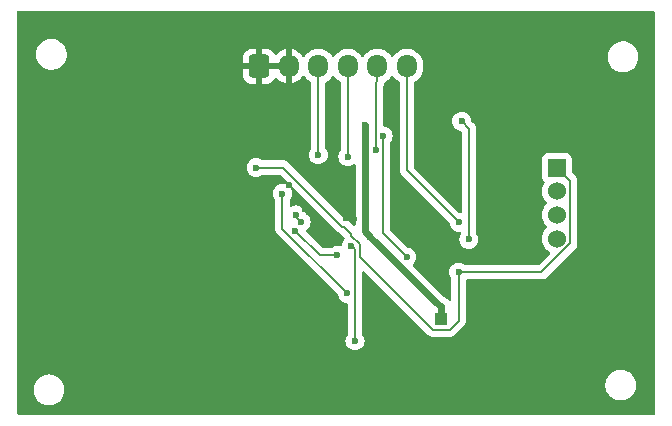
<source format=gbr>
%TF.GenerationSoftware,KiCad,Pcbnew,8.0.8*%
%TF.CreationDate,2025-06-30T12:07:11+05:30*%
%TF.ProjectId,openlog,6f70656e-6c6f-4672-9e6b-696361645f70,rev?*%
%TF.SameCoordinates,Original*%
%TF.FileFunction,Copper,L2,Bot*%
%TF.FilePolarity,Positive*%
%FSLAX46Y46*%
G04 Gerber Fmt 4.6, Leading zero omitted, Abs format (unit mm)*
G04 Created by KiCad (PCBNEW 8.0.8) date 2025-06-30 12:07:11*
%MOMM*%
%LPD*%
G01*
G04 APERTURE LIST*
G04 Aperture macros list*
%AMRoundRect*
0 Rectangle with rounded corners*
0 $1 Rounding radius*
0 $2 $3 $4 $5 $6 $7 $8 $9 X,Y pos of 4 corners*
0 Add a 4 corners polygon primitive as box body*
4,1,4,$2,$3,$4,$5,$6,$7,$8,$9,$2,$3,0*
0 Add four circle primitives for the rounded corners*
1,1,$1+$1,$2,$3*
1,1,$1+$1,$4,$5*
1,1,$1+$1,$6,$7*
1,1,$1+$1,$8,$9*
0 Add four rect primitives between the rounded corners*
20,1,$1+$1,$2,$3,$4,$5,0*
20,1,$1+$1,$4,$5,$6,$7,0*
20,1,$1+$1,$6,$7,$8,$9,0*
20,1,$1+$1,$8,$9,$2,$3,0*%
G04 Aperture macros list end*
%TA.AperFunction,ComponentPad*%
%ADD10RoundRect,0.250000X-0.600000X-0.725000X0.600000X-0.725000X0.600000X0.725000X-0.600000X0.725000X0*%
%TD*%
%TA.AperFunction,ComponentPad*%
%ADD11O,1.700000X1.950000*%
%TD*%
%TA.AperFunction,ComponentPad*%
%ADD12R,1.000000X1.000000*%
%TD*%
%TA.AperFunction,ComponentPad*%
%ADD13R,1.524000X1.524000*%
%TD*%
%TA.AperFunction,ComponentPad*%
%ADD14C,1.524000*%
%TD*%
%TA.AperFunction,ViaPad*%
%ADD15C,0.600000*%
%TD*%
%TA.AperFunction,Conductor*%
%ADD16C,0.200000*%
%TD*%
%TA.AperFunction,Conductor*%
%ADD17C,0.600000*%
%TD*%
G04 APERTURE END LIST*
D10*
%TO.P,J3,1,Pin_1*%
%TO.N,GND*%
X116000000Y-56800000D03*
D11*
%TO.P,J3,2,Pin_2*%
X118500000Y-56800000D03*
%TO.P,J3,3,Pin_3*%
%TO.N,RAW*%
X121000000Y-56800000D03*
%TO.P,J3,4,Pin_4*%
%TO.N,txo*%
X123500000Y-56800000D03*
%TO.P,J3,5,Pin_5*%
%TO.N,RXI*%
X126000000Y-56800000D03*
%TO.P,J3,6,Pin_6*%
%TO.N,DTR*%
X128500000Y-56800000D03*
%TD*%
D12*
%TO.P,J1,1,Pin_1*%
%TO.N,+3.3V*%
X131400000Y-78200000D03*
%TD*%
D13*
%TO.P,J4,1,Pin_1*%
%TO.N,MISO*%
X141200000Y-65400000D03*
D14*
%TO.P,J4,2,Pin_2*%
%TO.N,MOSI*%
X141200000Y-67400000D03*
%TO.P,J4,3,Pin_3*%
%TO.N,SCK*%
X141200000Y-69400000D03*
%TO.P,J4,4,Pin_4*%
%TO.N,RST*%
X141200000Y-71400000D03*
%TD*%
D15*
%TO.N,+3.3V*%
X119538140Y-69990078D03*
X125382000Y-71218000D03*
X124951600Y-61800000D03*
X119124255Y-69392395D03*
%TO.N,GND*%
X119878753Y-68901749D03*
X124051600Y-69700000D03*
X118503989Y-66845439D03*
X123320023Y-69681573D03*
%TO.N,DTR*%
X132921100Y-70023900D03*
%TO.N,Net-(U2-~{RESET}{slash}PC6)*%
X133134000Y-61460500D03*
X133747300Y-71468500D03*
%TO.N,MISO*%
X115741100Y-65380000D03*
X132866300Y-74250000D03*
%TO.N,SCK*%
X117956600Y-67580000D03*
X123436900Y-76030300D03*
%TO.N,CS*%
X122616100Y-72800000D03*
X119043400Y-70741900D03*
%TO.N,MOSI*%
X126479200Y-62700000D03*
X128483300Y-72947400D03*
%TO.N,RAW*%
X121000000Y-64305200D03*
%TO.N,RXI*%
X125870200Y-63924100D03*
%TO.N,txo*%
X123500000Y-64443600D03*
%TO.N,Net-(U2-XTAL1{slash}PB6)*%
X124100600Y-80050000D03*
X123787200Y-72000000D03*
%TD*%
D16*
%TO.N,+3.3V*%
X119178753Y-69630691D02*
X119538140Y-69990078D01*
X119178753Y-69446893D02*
X119178753Y-69630691D01*
D17*
X131262300Y-77098300D02*
X131400000Y-77098300D01*
D16*
X119124255Y-69392395D02*
X119178753Y-69446893D01*
D17*
X131400000Y-78200000D02*
X131400000Y-77098300D01*
X124951600Y-61800000D02*
X124951600Y-70787600D01*
X125382000Y-71218000D02*
X131262300Y-77098300D01*
X124951600Y-70787600D02*
X125382000Y-71218000D01*
D16*
%TO.N,GND*%
X124051600Y-69700000D02*
X123338450Y-69700000D01*
X119878753Y-68220203D02*
X118503989Y-66845439D01*
X119878753Y-68901749D02*
X119878753Y-68220203D01*
X123338450Y-69700000D02*
X123320023Y-69681573D01*
%TO.N,DTR*%
X132921100Y-70023900D02*
X128500000Y-65602800D01*
X128500000Y-65602800D02*
X128500000Y-56800000D01*
%TO.N,Net-(U2-~{RESET}{slash}PC6)*%
X133747300Y-62073800D02*
X133134000Y-61460500D01*
X133747300Y-71468500D02*
X133747300Y-62073800D01*
%TO.N,MISO*%
X141200000Y-65400000D02*
X142329800Y-66529800D01*
X124500600Y-72937200D02*
X130665100Y-79101700D01*
X132115400Y-79101700D02*
X132866300Y-78350800D01*
X130665100Y-79101700D02*
X132115400Y-79101700D01*
X123030073Y-70381573D02*
X123181573Y-70381573D01*
X123800000Y-71000000D02*
X123800000Y-71164271D01*
X123181573Y-70381573D02*
X123800000Y-71000000D01*
X115741100Y-65380000D02*
X118028500Y-65380000D01*
X142329800Y-71802200D02*
X139882000Y-74250000D01*
X132866300Y-78350800D02*
X132866300Y-74250000D01*
X118028500Y-65380000D02*
X123030073Y-70381573D01*
X142329800Y-66529800D02*
X142329800Y-71802200D01*
X139882000Y-74250000D02*
X132866300Y-74250000D01*
X124500600Y-71864871D02*
X124500600Y-72937200D01*
X123800000Y-71164271D02*
X124500600Y-71864871D01*
%TO.N,SCK*%
X117956600Y-70550000D02*
X117956600Y-67580000D01*
X123436900Y-76030300D02*
X117956600Y-70550000D01*
%TO.N,CS*%
X122616100Y-72800000D02*
X121103100Y-72800000D01*
X121103100Y-72800000D02*
X119043400Y-70740300D01*
X119043400Y-70740300D02*
X119043400Y-70741900D01*
%TO.N,MOSI*%
X126479200Y-70943300D02*
X128483300Y-72947400D01*
X126479200Y-62700000D02*
X126479200Y-70943300D01*
%TO.N,RAW*%
X121000000Y-56800000D02*
X121000000Y-64305200D01*
%TO.N,RXI*%
X126000000Y-56800000D02*
X126000000Y-58076700D01*
X126000000Y-58076700D02*
X125870200Y-58206500D01*
X125870200Y-58206500D02*
X125870200Y-63924100D01*
%TO.N,txo*%
X123500000Y-56800000D02*
X123500000Y-64443600D01*
%TO.N,Net-(U2-XTAL1{slash}PB6)*%
X124100600Y-80050000D02*
X124100600Y-72313400D01*
X124100600Y-72313400D02*
X123787200Y-72000000D01*
%TD*%
%TA.AperFunction,Conductor*%
%TO.N,GND*%
G36*
X118867803Y-67068866D02*
G01*
X118873330Y-67074065D01*
X122545212Y-70745947D01*
X122545222Y-70745958D01*
X122549552Y-70750288D01*
X122549553Y-70750289D01*
X122661357Y-70862093D01*
X122661359Y-70862094D01*
X122661363Y-70862097D01*
X122790966Y-70936922D01*
X122798289Y-70941150D01*
X122894091Y-70966819D01*
X122949678Y-70998913D01*
X123177982Y-71227217D01*
X123210075Y-71282802D01*
X123225832Y-71341604D01*
X123224171Y-71411454D01*
X123193740Y-71461380D01*
X123157386Y-71497733D01*
X123157386Y-71497734D01*
X123061411Y-71650476D01*
X123001831Y-71820745D01*
X123001830Y-71820749D01*
X122990392Y-71922273D01*
X122963326Y-71986687D01*
X122905731Y-72026242D01*
X122835894Y-72028379D01*
X122826218Y-72025431D01*
X122795357Y-72014632D01*
X122795349Y-72014630D01*
X122616104Y-71994435D01*
X122616096Y-71994435D01*
X122436850Y-72014630D01*
X122436845Y-72014631D01*
X122266576Y-72074211D01*
X122113836Y-72170185D01*
X122111003Y-72172445D01*
X122108824Y-72173334D01*
X122107942Y-72173889D01*
X122107844Y-72173734D01*
X122046317Y-72198855D01*
X122033688Y-72199500D01*
X121403198Y-72199500D01*
X121336159Y-72179815D01*
X121315517Y-72163181D01*
X120772398Y-71620062D01*
X119985658Y-70833323D01*
X119952174Y-70772001D01*
X119957158Y-70702309D01*
X119999030Y-70646376D01*
X120007357Y-70640657D01*
X120040402Y-70619894D01*
X120167956Y-70492340D01*
X120263929Y-70339600D01*
X120323508Y-70169333D01*
X120330897Y-70103757D01*
X120343705Y-69990081D01*
X120343705Y-69990074D01*
X120323509Y-69810828D01*
X120323508Y-69810823D01*
X120263928Y-69640554D01*
X120167955Y-69487815D01*
X120040400Y-69360260D01*
X119968059Y-69314805D01*
X119921769Y-69262470D01*
X119910811Y-69223692D01*
X119909623Y-69213140D01*
X119850044Y-69042873D01*
X119754071Y-68890133D01*
X119626517Y-68762579D01*
X119473778Y-68666606D01*
X119303509Y-68607026D01*
X119303504Y-68607025D01*
X119124259Y-68586830D01*
X119124251Y-68586830D01*
X118945005Y-68607025D01*
X118945000Y-68607026D01*
X118774729Y-68666607D01*
X118747071Y-68683986D01*
X118679835Y-68702986D01*
X118612999Y-68682618D01*
X118567786Y-68629350D01*
X118557100Y-68578992D01*
X118557100Y-68162412D01*
X118576785Y-68095373D01*
X118584155Y-68085097D01*
X118586410Y-68082267D01*
X118586416Y-68082262D01*
X118682389Y-67929522D01*
X118741968Y-67759255D01*
X118741969Y-67759249D01*
X118762165Y-67580003D01*
X118762165Y-67579996D01*
X118741969Y-67400750D01*
X118741968Y-67400745D01*
X118682388Y-67230475D01*
X118680656Y-67227719D01*
X118680080Y-67225682D01*
X118679369Y-67224205D01*
X118679627Y-67224080D01*
X118661655Y-67160482D01*
X118682022Y-67093647D01*
X118735290Y-67048432D01*
X118804546Y-67039194D01*
X118867803Y-67068866D01*
G37*
%TD.AperFunction*%
%TA.AperFunction,Conductor*%
G36*
X118057370Y-56616657D02*
G01*
X118025000Y-56737465D01*
X118025000Y-56862535D01*
X118057370Y-56983343D01*
X118095854Y-57050000D01*
X116404146Y-57050000D01*
X116442630Y-56983343D01*
X116475000Y-56862535D01*
X116475000Y-56737465D01*
X116442630Y-56616657D01*
X116404146Y-56550000D01*
X118095854Y-56550000D01*
X118057370Y-56616657D01*
G37*
%TD.AperFunction*%
%TA.AperFunction,Conductor*%
G36*
X149442539Y-52120185D02*
G01*
X149488294Y-52172989D01*
X149499500Y-52224500D01*
X149499500Y-86175500D01*
X149479815Y-86242539D01*
X149427011Y-86288294D01*
X149375500Y-86299500D01*
X95624500Y-86299500D01*
X95557461Y-86279815D01*
X95511706Y-86227011D01*
X95500500Y-86175500D01*
X95500500Y-84097648D01*
X96899500Y-84097648D01*
X96899500Y-84302351D01*
X96931522Y-84504534D01*
X96994781Y-84699223D01*
X97087715Y-84881613D01*
X97208028Y-85047213D01*
X97352786Y-85191971D01*
X97507749Y-85304556D01*
X97518390Y-85312287D01*
X97634607Y-85371503D01*
X97700776Y-85405218D01*
X97700778Y-85405218D01*
X97700781Y-85405220D01*
X97805137Y-85439127D01*
X97895465Y-85468477D01*
X97996557Y-85484488D01*
X98097648Y-85500500D01*
X98097649Y-85500500D01*
X98302351Y-85500500D01*
X98302352Y-85500500D01*
X98504534Y-85468477D01*
X98699219Y-85405220D01*
X98881610Y-85312287D01*
X98974590Y-85244732D01*
X99047213Y-85191971D01*
X99047215Y-85191968D01*
X99047219Y-85191966D01*
X99191966Y-85047219D01*
X99191968Y-85047215D01*
X99191971Y-85047213D01*
X99244732Y-84974590D01*
X99312287Y-84881610D01*
X99405220Y-84699219D01*
X99468477Y-84504534D01*
X99500500Y-84302352D01*
X99500500Y-84097648D01*
X99469568Y-83902352D01*
X99468477Y-83895465D01*
X99405218Y-83700776D01*
X99403624Y-83697648D01*
X145299500Y-83697648D01*
X145299500Y-83902351D01*
X145331522Y-84104534D01*
X145394781Y-84299223D01*
X145487715Y-84481613D01*
X145608028Y-84647213D01*
X145752786Y-84791971D01*
X145907749Y-84904556D01*
X145918390Y-84912287D01*
X146034607Y-84971503D01*
X146100776Y-85005218D01*
X146100778Y-85005218D01*
X146100781Y-85005220D01*
X146205137Y-85039127D01*
X146295465Y-85068477D01*
X146396557Y-85084488D01*
X146497648Y-85100500D01*
X146497649Y-85100500D01*
X146702351Y-85100500D01*
X146702352Y-85100500D01*
X146904534Y-85068477D01*
X147099219Y-85005220D01*
X147281610Y-84912287D01*
X147374590Y-84844732D01*
X147447213Y-84791971D01*
X147447215Y-84791968D01*
X147447219Y-84791966D01*
X147591966Y-84647219D01*
X147591968Y-84647215D01*
X147591971Y-84647213D01*
X147644732Y-84574590D01*
X147712287Y-84481610D01*
X147805220Y-84299219D01*
X147868477Y-84104534D01*
X147900500Y-83902352D01*
X147900500Y-83697648D01*
X147868477Y-83495466D01*
X147805220Y-83300781D01*
X147805218Y-83300778D01*
X147805218Y-83300776D01*
X147757960Y-83208028D01*
X147712287Y-83118390D01*
X147704556Y-83107749D01*
X147591971Y-82952786D01*
X147447213Y-82808028D01*
X147281613Y-82687715D01*
X147281612Y-82687714D01*
X147281610Y-82687713D01*
X147224653Y-82658691D01*
X147099223Y-82594781D01*
X146904534Y-82531522D01*
X146729995Y-82503878D01*
X146702352Y-82499500D01*
X146497648Y-82499500D01*
X146473329Y-82503351D01*
X146295465Y-82531522D01*
X146100776Y-82594781D01*
X145918386Y-82687715D01*
X145752786Y-82808028D01*
X145608028Y-82952786D01*
X145487715Y-83118386D01*
X145394781Y-83300776D01*
X145331522Y-83495465D01*
X145299500Y-83697648D01*
X99403624Y-83697648D01*
X99371503Y-83634607D01*
X99312287Y-83518390D01*
X99295631Y-83495465D01*
X99191971Y-83352786D01*
X99047213Y-83208028D01*
X98881613Y-83087715D01*
X98881612Y-83087714D01*
X98881610Y-83087713D01*
X98824653Y-83058691D01*
X98699223Y-82994781D01*
X98504534Y-82931522D01*
X98329995Y-82903878D01*
X98302352Y-82899500D01*
X98097648Y-82899500D01*
X98073329Y-82903351D01*
X97895465Y-82931522D01*
X97700776Y-82994781D01*
X97518386Y-83087715D01*
X97352786Y-83208028D01*
X97208028Y-83352786D01*
X97087715Y-83518386D01*
X96994781Y-83700776D01*
X96931522Y-83895465D01*
X96899500Y-84097648D01*
X95500500Y-84097648D01*
X95500500Y-55697648D01*
X97099500Y-55697648D01*
X97099500Y-55902351D01*
X97131522Y-56104534D01*
X97194781Y-56299223D01*
X97287715Y-56481613D01*
X97408028Y-56647213D01*
X97552786Y-56791971D01*
X97707749Y-56904556D01*
X97718390Y-56912287D01*
X97834607Y-56971503D01*
X97900776Y-57005218D01*
X97900778Y-57005218D01*
X97900781Y-57005220D01*
X97981004Y-57031286D01*
X98095465Y-57068477D01*
X98196557Y-57084488D01*
X98297648Y-57100500D01*
X98297649Y-57100500D01*
X98502351Y-57100500D01*
X98502352Y-57100500D01*
X98704534Y-57068477D01*
X98899219Y-57005220D01*
X99081610Y-56912287D01*
X99174590Y-56844732D01*
X99247213Y-56791971D01*
X99247215Y-56791968D01*
X99247219Y-56791966D01*
X99391966Y-56647219D01*
X99391968Y-56647215D01*
X99391971Y-56647213D01*
X99492864Y-56508343D01*
X99512287Y-56481610D01*
X99605220Y-56299219D01*
X99668477Y-56104534D01*
X99681072Y-56025013D01*
X114650000Y-56025013D01*
X114650000Y-56550000D01*
X115595854Y-56550000D01*
X115557370Y-56616657D01*
X115525000Y-56737465D01*
X115525000Y-56862535D01*
X115557370Y-56983343D01*
X115595854Y-57050000D01*
X114650001Y-57050000D01*
X114650001Y-57574986D01*
X114660494Y-57677697D01*
X114715641Y-57844119D01*
X114715643Y-57844124D01*
X114807684Y-57993345D01*
X114931654Y-58117315D01*
X115080875Y-58209356D01*
X115080880Y-58209358D01*
X115247302Y-58264505D01*
X115247309Y-58264506D01*
X115350019Y-58274999D01*
X115749999Y-58274999D01*
X115750000Y-58274998D01*
X115750000Y-57204145D01*
X115816657Y-57242630D01*
X115937465Y-57275000D01*
X116062535Y-57275000D01*
X116183343Y-57242630D01*
X116250000Y-57204145D01*
X116250000Y-58274999D01*
X116649972Y-58274999D01*
X116649986Y-58274998D01*
X116752697Y-58264505D01*
X116919119Y-58209358D01*
X116919124Y-58209356D01*
X117068345Y-58117315D01*
X117192317Y-57993343D01*
X117288085Y-57838078D01*
X117340033Y-57791353D01*
X117408995Y-57780130D01*
X117473077Y-57807973D01*
X117481305Y-57815493D01*
X117620535Y-57954723D01*
X117620540Y-57954727D01*
X117792442Y-58079620D01*
X117981782Y-58176095D01*
X118183871Y-58241757D01*
X118250000Y-58252231D01*
X118250000Y-57204145D01*
X118316657Y-57242630D01*
X118437465Y-57275000D01*
X118562535Y-57275000D01*
X118683343Y-57242630D01*
X118750000Y-57204145D01*
X118750000Y-58252230D01*
X118816126Y-58241757D01*
X118816129Y-58241757D01*
X119018217Y-58176095D01*
X119207557Y-58079620D01*
X119379459Y-57954727D01*
X119379464Y-57954723D01*
X119529721Y-57804466D01*
X119649371Y-57639781D01*
X119704701Y-57597115D01*
X119774314Y-57591136D01*
X119836110Y-57623741D01*
X119850008Y-57639781D01*
X119969890Y-57804785D01*
X119969894Y-57804790D01*
X120120213Y-57955109D01*
X120292184Y-58080051D01*
X120292184Y-58080052D01*
X120331793Y-58100233D01*
X120382590Y-58148206D01*
X120399500Y-58210718D01*
X120399500Y-63722787D01*
X120379815Y-63789826D01*
X120372450Y-63800096D01*
X120370186Y-63802934D01*
X120274211Y-63955676D01*
X120214631Y-64125945D01*
X120214630Y-64125950D01*
X120194435Y-64305196D01*
X120194435Y-64305203D01*
X120214630Y-64484449D01*
X120214631Y-64484454D01*
X120274211Y-64654723D01*
X120320699Y-64728707D01*
X120370184Y-64807462D01*
X120497738Y-64935016D01*
X120588080Y-64991782D01*
X120649664Y-65030478D01*
X120650478Y-65030989D01*
X120791292Y-65080262D01*
X120820745Y-65090568D01*
X120820750Y-65090569D01*
X120999996Y-65110765D01*
X121000000Y-65110765D01*
X121000004Y-65110765D01*
X121179249Y-65090569D01*
X121179252Y-65090568D01*
X121179255Y-65090568D01*
X121349522Y-65030989D01*
X121502262Y-64935016D01*
X121629816Y-64807462D01*
X121725789Y-64654722D01*
X121785368Y-64484455D01*
X121789971Y-64443603D01*
X121805565Y-64305203D01*
X121805565Y-64305196D01*
X121785369Y-64125950D01*
X121785368Y-64125945D01*
X121774217Y-64094078D01*
X121725789Y-63955678D01*
X121629816Y-63802938D01*
X121629814Y-63802936D01*
X121629813Y-63802934D01*
X121627550Y-63800096D01*
X121626659Y-63797915D01*
X121626111Y-63797042D01*
X121626264Y-63796945D01*
X121601144Y-63735409D01*
X121600500Y-63722787D01*
X121600500Y-58210718D01*
X121620185Y-58143679D01*
X121668207Y-58100233D01*
X121707815Y-58080052D01*
X121707815Y-58080051D01*
X121707816Y-58080051D01*
X121799193Y-58013661D01*
X121879786Y-57955109D01*
X121879788Y-57955106D01*
X121879792Y-57955104D01*
X122030104Y-57804792D01*
X122149683Y-57640204D01*
X122205011Y-57597540D01*
X122274624Y-57591561D01*
X122336420Y-57624166D01*
X122350313Y-57640199D01*
X122377557Y-57677697D01*
X122469896Y-57804792D01*
X122620213Y-57955109D01*
X122792184Y-58080051D01*
X122792184Y-58080052D01*
X122831793Y-58100233D01*
X122882590Y-58148206D01*
X122899500Y-58210718D01*
X122899500Y-63861187D01*
X122879815Y-63928226D01*
X122872450Y-63938496D01*
X122870186Y-63941334D01*
X122774211Y-64094076D01*
X122714631Y-64264345D01*
X122714630Y-64264350D01*
X122694435Y-64443596D01*
X122694435Y-64443603D01*
X122714630Y-64622849D01*
X122714631Y-64622854D01*
X122774211Y-64793123D01*
X122863368Y-64935015D01*
X122870184Y-64945862D01*
X122997738Y-65073416D01*
X123025037Y-65090569D01*
X123125822Y-65153897D01*
X123150478Y-65169389D01*
X123320745Y-65228968D01*
X123320750Y-65228969D01*
X123499996Y-65249165D01*
X123500000Y-65249165D01*
X123500004Y-65249165D01*
X123679249Y-65228969D01*
X123679252Y-65228968D01*
X123679255Y-65228968D01*
X123849522Y-65169389D01*
X123961128Y-65099261D01*
X124028364Y-65080262D01*
X124095200Y-65100630D01*
X124140414Y-65153897D01*
X124151100Y-65204256D01*
X124151100Y-70202503D01*
X124131415Y-70269542D01*
X124078611Y-70315297D01*
X124009453Y-70325241D01*
X123945897Y-70296216D01*
X123939419Y-70290184D01*
X123669163Y-70019928D01*
X123669161Y-70019925D01*
X123550290Y-69901054D01*
X123550282Y-69901048D01*
X123452588Y-69844645D01*
X123452586Y-69844644D01*
X123413363Y-69821998D01*
X123413354Y-69821994D01*
X123317551Y-69796323D01*
X123261965Y-69764230D01*
X118516090Y-65018355D01*
X118516088Y-65018352D01*
X118397217Y-64899481D01*
X118397209Y-64899475D01*
X118295436Y-64840717D01*
X118295434Y-64840716D01*
X118260290Y-64820425D01*
X118260289Y-64820424D01*
X118247763Y-64817067D01*
X118107557Y-64779499D01*
X117949443Y-64779499D01*
X117941847Y-64779499D01*
X117941831Y-64779500D01*
X116323512Y-64779500D01*
X116256473Y-64759815D01*
X116246197Y-64752445D01*
X116243363Y-64750185D01*
X116243362Y-64750184D01*
X116186596Y-64714515D01*
X116090623Y-64654211D01*
X115920354Y-64594631D01*
X115920349Y-64594630D01*
X115741104Y-64574435D01*
X115741096Y-64574435D01*
X115561850Y-64594630D01*
X115561845Y-64594631D01*
X115391576Y-64654211D01*
X115238837Y-64750184D01*
X115111284Y-64877737D01*
X115015311Y-65030476D01*
X114955731Y-65200745D01*
X114955730Y-65200750D01*
X114935535Y-65379996D01*
X114935535Y-65380003D01*
X114955730Y-65559249D01*
X114955731Y-65559254D01*
X115015311Y-65729523D01*
X115097623Y-65860521D01*
X115111284Y-65882262D01*
X115238838Y-66009816D01*
X115301645Y-66049280D01*
X115367070Y-66090390D01*
X115391578Y-66105789D01*
X115549602Y-66161084D01*
X115561845Y-66165368D01*
X115561850Y-66165369D01*
X115741096Y-66185565D01*
X115741100Y-66185565D01*
X115741104Y-66185565D01*
X115920349Y-66165369D01*
X115920352Y-66165368D01*
X115920355Y-66165368D01*
X116090622Y-66105789D01*
X116243362Y-66009816D01*
X116243367Y-66009810D01*
X116246197Y-66007555D01*
X116248375Y-66006665D01*
X116249258Y-66006111D01*
X116249355Y-66006265D01*
X116310883Y-65981145D01*
X116323512Y-65980500D01*
X117728403Y-65980500D01*
X117795442Y-66000185D01*
X117816084Y-66016819D01*
X118462534Y-66663269D01*
X118496019Y-66724592D01*
X118491035Y-66794284D01*
X118449163Y-66850217D01*
X118383699Y-66874634D01*
X118315426Y-66859782D01*
X118308884Y-66855945D01*
X118306127Y-66854212D01*
X118135854Y-66794631D01*
X118135849Y-66794630D01*
X117956604Y-66774435D01*
X117956596Y-66774435D01*
X117777350Y-66794630D01*
X117777345Y-66794631D01*
X117607076Y-66854211D01*
X117454337Y-66950184D01*
X117326784Y-67077737D01*
X117230811Y-67230476D01*
X117171231Y-67400745D01*
X117171230Y-67400750D01*
X117151035Y-67579996D01*
X117151035Y-67580003D01*
X117171230Y-67759249D01*
X117171231Y-67759254D01*
X117230811Y-67929523D01*
X117326785Y-68082263D01*
X117329045Y-68085097D01*
X117329934Y-68087275D01*
X117330489Y-68088158D01*
X117330334Y-68088255D01*
X117355455Y-68149783D01*
X117356100Y-68162412D01*
X117356100Y-70463330D01*
X117356099Y-70463348D01*
X117356099Y-70629054D01*
X117356098Y-70629054D01*
X117356099Y-70629057D01*
X117397023Y-70781785D01*
X117419639Y-70820957D01*
X117476077Y-70918712D01*
X117476081Y-70918717D01*
X117594949Y-71037585D01*
X117594955Y-71037590D01*
X122606198Y-76048834D01*
X122639683Y-76110157D01*
X122641737Y-76122631D01*
X122651530Y-76209549D01*
X122711110Y-76379821D01*
X122771864Y-76476510D01*
X122807084Y-76532562D01*
X122934638Y-76660116D01*
X123087378Y-76756089D01*
X123257645Y-76815668D01*
X123257650Y-76815669D01*
X123389983Y-76830579D01*
X123454397Y-76857645D01*
X123493952Y-76915240D01*
X123500100Y-76953799D01*
X123500100Y-79467587D01*
X123480415Y-79534626D01*
X123473050Y-79544896D01*
X123470786Y-79547734D01*
X123374811Y-79700476D01*
X123315231Y-79870745D01*
X123315230Y-79870750D01*
X123295035Y-80049996D01*
X123295035Y-80050003D01*
X123315230Y-80229249D01*
X123315231Y-80229254D01*
X123374811Y-80399523D01*
X123470784Y-80552262D01*
X123598338Y-80679816D01*
X123751078Y-80775789D01*
X123921345Y-80835368D01*
X123921350Y-80835369D01*
X124100596Y-80855565D01*
X124100600Y-80855565D01*
X124100604Y-80855565D01*
X124279849Y-80835369D01*
X124279852Y-80835368D01*
X124279855Y-80835368D01*
X124450122Y-80775789D01*
X124602862Y-80679816D01*
X124730416Y-80552262D01*
X124826389Y-80399522D01*
X124885968Y-80229255D01*
X124906165Y-80050000D01*
X124885968Y-79870745D01*
X124826389Y-79700478D01*
X124730416Y-79547738D01*
X124730414Y-79547736D01*
X124730413Y-79547734D01*
X124728150Y-79544896D01*
X124727259Y-79542715D01*
X124726711Y-79541842D01*
X124726864Y-79541745D01*
X124701744Y-79480209D01*
X124701100Y-79467587D01*
X124701100Y-74286297D01*
X124720785Y-74219258D01*
X124773589Y-74173503D01*
X124842747Y-74163559D01*
X124906303Y-74192584D01*
X124912780Y-74198615D01*
X130296384Y-79582220D01*
X130296386Y-79582221D01*
X130296390Y-79582224D01*
X130433309Y-79661273D01*
X130433316Y-79661277D01*
X130586043Y-79702201D01*
X130586045Y-79702201D01*
X130751754Y-79702201D01*
X130751770Y-79702200D01*
X132028731Y-79702200D01*
X132028747Y-79702201D01*
X132036343Y-79702201D01*
X132194454Y-79702201D01*
X132194457Y-79702201D01*
X132347185Y-79661277D01*
X132397304Y-79632339D01*
X132484116Y-79582220D01*
X132595920Y-79470416D01*
X132595920Y-79470414D01*
X132606128Y-79460207D01*
X132606130Y-79460204D01*
X133224806Y-78841528D01*
X133224811Y-78841524D01*
X133235014Y-78831320D01*
X133235016Y-78831320D01*
X133346820Y-78719516D01*
X133421006Y-78591021D01*
X133425877Y-78582585D01*
X133466801Y-78429857D01*
X133466801Y-78271743D01*
X133466801Y-78264148D01*
X133466800Y-78264130D01*
X133466800Y-74974500D01*
X133486485Y-74907461D01*
X133539289Y-74861706D01*
X133590800Y-74850500D01*
X139795331Y-74850500D01*
X139795347Y-74850501D01*
X139802943Y-74850501D01*
X139961054Y-74850501D01*
X139961057Y-74850501D01*
X140113785Y-74809577D01*
X140163904Y-74780639D01*
X140250716Y-74730520D01*
X140362520Y-74618716D01*
X140362520Y-74618714D01*
X140372728Y-74608507D01*
X140372730Y-74608504D01*
X142688306Y-72292928D01*
X142688311Y-72292924D01*
X142698514Y-72282720D01*
X142698516Y-72282720D01*
X142810320Y-72170916D01*
X142869161Y-72069000D01*
X142889377Y-72033985D01*
X142930301Y-71881257D01*
X142930301Y-71723143D01*
X142930301Y-71715548D01*
X142930300Y-71715530D01*
X142930300Y-66450745D01*
X142930300Y-66450743D01*
X142889377Y-66298016D01*
X142838488Y-66209872D01*
X142810324Y-66161090D01*
X142810321Y-66161086D01*
X142810320Y-66161084D01*
X142698516Y-66049280D01*
X142698515Y-66049279D01*
X142694185Y-66044949D01*
X142694174Y-66044939D01*
X142498818Y-65849583D01*
X142465333Y-65788260D01*
X142462499Y-65761902D01*
X142462499Y-64590129D01*
X142462498Y-64590123D01*
X142462497Y-64590116D01*
X142456091Y-64530517D01*
X142423674Y-64443603D01*
X142405797Y-64395671D01*
X142405793Y-64395664D01*
X142319547Y-64280455D01*
X142319544Y-64280452D01*
X142204335Y-64194206D01*
X142204328Y-64194202D01*
X142069482Y-64143908D01*
X142069483Y-64143908D01*
X142009883Y-64137501D01*
X142009881Y-64137500D01*
X142009873Y-64137500D01*
X142009864Y-64137500D01*
X140390129Y-64137500D01*
X140390123Y-64137501D01*
X140330516Y-64143908D01*
X140195671Y-64194202D01*
X140195664Y-64194206D01*
X140080455Y-64280452D01*
X140080452Y-64280455D01*
X139994206Y-64395664D01*
X139994202Y-64395671D01*
X139943908Y-64530517D01*
X139939187Y-64574435D01*
X139937501Y-64590123D01*
X139937500Y-64590135D01*
X139937500Y-66209870D01*
X139937501Y-66209876D01*
X139943908Y-66269483D01*
X139994202Y-66404328D01*
X139994206Y-66404335D01*
X140080452Y-66519544D01*
X140080455Y-66519547D01*
X140112107Y-66543242D01*
X140153978Y-66599176D01*
X140158962Y-66668867D01*
X140139372Y-66713629D01*
X140102469Y-66766334D01*
X140102465Y-66766340D01*
X140009107Y-66966548D01*
X140009104Y-66966554D01*
X139951930Y-67179929D01*
X139951929Y-67179937D01*
X139932677Y-67399997D01*
X139932677Y-67400002D01*
X139951929Y-67620062D01*
X139951930Y-67620070D01*
X140009104Y-67833445D01*
X140009105Y-67833447D01*
X140009106Y-67833450D01*
X140102466Y-68033662D01*
X140102468Y-68033666D01*
X140229170Y-68214615D01*
X140229175Y-68214621D01*
X140326872Y-68312318D01*
X140360357Y-68373641D01*
X140355373Y-68443333D01*
X140326873Y-68487680D01*
X140229172Y-68585381D01*
X140102466Y-68766338D01*
X140102465Y-68766340D01*
X140009107Y-68966548D01*
X140009104Y-68966554D01*
X139951930Y-69179929D01*
X139951929Y-69179937D01*
X139932677Y-69399997D01*
X139932677Y-69400002D01*
X139951929Y-69620062D01*
X139951930Y-69620070D01*
X140009104Y-69833445D01*
X140009105Y-69833447D01*
X140009106Y-69833450D01*
X140082141Y-69990074D01*
X140102466Y-70033662D01*
X140102468Y-70033666D01*
X140229170Y-70214615D01*
X140229175Y-70214621D01*
X140326872Y-70312318D01*
X140360357Y-70373641D01*
X140355373Y-70443333D01*
X140326873Y-70487680D01*
X140229172Y-70585381D01*
X140102466Y-70766338D01*
X140102465Y-70766340D01*
X140040741Y-70898709D01*
X140009252Y-70966238D01*
X140009107Y-70966548D01*
X140009104Y-70966554D01*
X139951930Y-71179929D01*
X139951929Y-71179937D01*
X139932677Y-71399997D01*
X139932677Y-71400002D01*
X139951929Y-71620062D01*
X139951930Y-71620070D01*
X140009104Y-71833445D01*
X140009105Y-71833447D01*
X140009106Y-71833450D01*
X140080561Y-71986687D01*
X140102466Y-72033662D01*
X140102468Y-72033666D01*
X140229170Y-72214615D01*
X140229175Y-72214621D01*
X140385378Y-72370824D01*
X140385384Y-72370829D01*
X140570772Y-72500639D01*
X140569923Y-72501850D01*
X140613375Y-72547419D01*
X140626599Y-72616026D01*
X140600632Y-72680891D01*
X140590841Y-72691922D01*
X139669584Y-73613181D01*
X139608261Y-73646666D01*
X139581903Y-73649500D01*
X133448712Y-73649500D01*
X133381673Y-73629815D01*
X133371397Y-73622445D01*
X133368563Y-73620185D01*
X133368562Y-73620184D01*
X133300179Y-73577216D01*
X133215823Y-73524211D01*
X133045554Y-73464631D01*
X133045549Y-73464630D01*
X132866304Y-73444435D01*
X132866296Y-73444435D01*
X132687050Y-73464630D01*
X132687045Y-73464631D01*
X132516776Y-73524211D01*
X132364037Y-73620184D01*
X132236484Y-73747737D01*
X132140511Y-73900476D01*
X132080931Y-74070745D01*
X132080930Y-74070750D01*
X132060735Y-74249996D01*
X132060735Y-74250003D01*
X132080930Y-74429249D01*
X132080931Y-74429254D01*
X132140511Y-74599523D01*
X132236485Y-74752263D01*
X132238745Y-74755097D01*
X132239634Y-74757275D01*
X132240189Y-74758158D01*
X132240034Y-74758255D01*
X132265155Y-74819783D01*
X132265800Y-74832412D01*
X132265800Y-76544425D01*
X132246115Y-76611464D01*
X132193311Y-76657219D01*
X132124153Y-76667163D01*
X132060597Y-76638138D01*
X132038698Y-76613317D01*
X132021786Y-76588007D01*
X131910292Y-76476513D01*
X131910288Y-76476510D01*
X131779185Y-76388909D01*
X131779172Y-76388902D01*
X131641166Y-76331739D01*
X131600937Y-76304859D01*
X129017109Y-73721031D01*
X128983624Y-73659708D01*
X128988608Y-73590016D01*
X129017109Y-73545669D01*
X129038567Y-73524211D01*
X129113116Y-73449662D01*
X129209089Y-73296922D01*
X129268668Y-73126655D01*
X129288865Y-72947400D01*
X129272257Y-72800000D01*
X129268669Y-72768150D01*
X129268668Y-72768145D01*
X129240786Y-72688464D01*
X129209089Y-72597878D01*
X129177383Y-72547419D01*
X129169882Y-72535480D01*
X129113116Y-72445138D01*
X128985562Y-72317584D01*
X128930078Y-72282721D01*
X128832821Y-72221610D01*
X128685149Y-72169938D01*
X128662555Y-72162032D01*
X128662554Y-72162031D01*
X128662549Y-72162030D01*
X128575630Y-72152237D01*
X128511216Y-72125170D01*
X128501833Y-72116698D01*
X127116019Y-70730884D01*
X127082534Y-70669561D01*
X127079700Y-70643203D01*
X127079700Y-63282412D01*
X127099385Y-63215373D01*
X127106755Y-63205097D01*
X127109010Y-63202267D01*
X127109016Y-63202262D01*
X127204989Y-63049522D01*
X127264568Y-62879255D01*
X127284765Y-62700000D01*
X127264568Y-62520745D01*
X127204989Y-62350478D01*
X127109016Y-62197738D01*
X126981462Y-62070184D01*
X126861402Y-61994745D01*
X126828723Y-61974211D01*
X126658454Y-61914631D01*
X126658450Y-61914630D01*
X126580816Y-61905883D01*
X126516402Y-61878816D01*
X126476847Y-61821221D01*
X126470700Y-61782663D01*
X126470700Y-58495649D01*
X126487312Y-58433651D01*
X126530639Y-58358604D01*
X126559577Y-58308485D01*
X126592737Y-58184730D01*
X126629101Y-58125072D01*
X126656218Y-58106341D01*
X126707810Y-58080054D01*
X126707809Y-58080054D01*
X126707816Y-58080051D01*
X126879792Y-57955104D01*
X127030104Y-57804792D01*
X127149683Y-57640204D01*
X127205011Y-57597540D01*
X127274624Y-57591561D01*
X127336420Y-57624166D01*
X127350313Y-57640199D01*
X127377557Y-57677697D01*
X127469896Y-57804792D01*
X127620213Y-57955109D01*
X127792184Y-58080051D01*
X127792184Y-58080052D01*
X127831793Y-58100233D01*
X127882590Y-58148206D01*
X127899500Y-58210718D01*
X127899500Y-65516130D01*
X127899499Y-65516148D01*
X127899499Y-65681854D01*
X127899498Y-65681854D01*
X127940423Y-65834586D01*
X127955395Y-65860516D01*
X127955396Y-65860521D01*
X127955398Y-65860521D01*
X128019479Y-65971514D01*
X128019481Y-65971517D01*
X128138349Y-66090385D01*
X128138355Y-66090390D01*
X132090398Y-70042434D01*
X132123883Y-70103757D01*
X132125937Y-70116231D01*
X132135730Y-70203149D01*
X132195310Y-70373421D01*
X132267104Y-70487680D01*
X132291284Y-70526162D01*
X132418838Y-70653716D01*
X132483849Y-70694565D01*
X132565622Y-70745947D01*
X132571578Y-70749689D01*
X132741845Y-70809268D01*
X132741850Y-70809269D01*
X132921096Y-70829465D01*
X132921100Y-70829465D01*
X132921103Y-70829465D01*
X132969064Y-70824061D01*
X133037886Y-70836115D01*
X133089266Y-70883464D01*
X133106890Y-70951075D01*
X133087942Y-71013253D01*
X133021511Y-71118976D01*
X132961931Y-71289245D01*
X132961930Y-71289250D01*
X132941735Y-71468496D01*
X132941735Y-71468503D01*
X132961930Y-71647749D01*
X132961931Y-71647754D01*
X133021511Y-71818023D01*
X133061242Y-71881254D01*
X133117484Y-71970762D01*
X133245038Y-72098316D01*
X133274293Y-72116698D01*
X133365311Y-72173889D01*
X133397778Y-72194289D01*
X133455881Y-72214620D01*
X133568045Y-72253868D01*
X133568050Y-72253869D01*
X133747296Y-72274065D01*
X133747300Y-72274065D01*
X133747304Y-72274065D01*
X133926549Y-72253869D01*
X133926552Y-72253868D01*
X133926555Y-72253868D01*
X134096822Y-72194289D01*
X134249562Y-72098316D01*
X134377116Y-71970762D01*
X134473089Y-71818022D01*
X134532668Y-71647755D01*
X134532669Y-71647749D01*
X134552865Y-71468503D01*
X134552865Y-71468496D01*
X134532669Y-71289250D01*
X134532668Y-71289245D01*
X134494418Y-71179932D01*
X134473089Y-71118978D01*
X134377116Y-70966238D01*
X134377114Y-70966236D01*
X134377113Y-70966234D01*
X134374850Y-70963396D01*
X134373959Y-70961215D01*
X134373411Y-70960342D01*
X134373564Y-70960245D01*
X134348444Y-70898709D01*
X134347800Y-70886087D01*
X134347800Y-61994745D01*
X134347800Y-61994743D01*
X134343650Y-61979255D01*
X134306877Y-61842015D01*
X134262425Y-61765023D01*
X134227820Y-61705084D01*
X134116016Y-61593280D01*
X134116015Y-61593279D01*
X134111685Y-61588949D01*
X134111674Y-61588939D01*
X133964700Y-61441965D01*
X133931215Y-61380642D01*
X133929163Y-61368186D01*
X133919368Y-61281245D01*
X133859789Y-61110978D01*
X133763816Y-60958238D01*
X133636262Y-60830684D01*
X133483523Y-60734711D01*
X133313254Y-60675131D01*
X133313249Y-60675130D01*
X133134004Y-60654935D01*
X133133996Y-60654935D01*
X132954750Y-60675130D01*
X132954745Y-60675131D01*
X132784476Y-60734711D01*
X132631737Y-60830684D01*
X132504184Y-60958237D01*
X132408211Y-61110976D01*
X132348631Y-61281245D01*
X132348630Y-61281250D01*
X132328435Y-61460496D01*
X132328435Y-61460503D01*
X132348630Y-61639749D01*
X132348631Y-61639754D01*
X132408211Y-61810023D01*
X132473941Y-61914631D01*
X132504184Y-61962762D01*
X132631738Y-62090316D01*
X132784478Y-62186289D01*
X132954745Y-62245868D01*
X133036685Y-62255099D01*
X133101096Y-62282164D01*
X133140652Y-62339758D01*
X133146800Y-62378319D01*
X133146800Y-69101002D01*
X133127115Y-69168041D01*
X133074311Y-69213796D01*
X133005153Y-69223740D01*
X132941597Y-69194715D01*
X132935119Y-69188683D01*
X129136819Y-65390383D01*
X129103334Y-65329060D01*
X129100500Y-65302702D01*
X129100500Y-58210718D01*
X129120185Y-58143679D01*
X129168207Y-58100233D01*
X129207815Y-58080052D01*
X129207815Y-58080051D01*
X129207816Y-58080051D01*
X129299193Y-58013661D01*
X129379786Y-57955109D01*
X129379788Y-57955106D01*
X129379792Y-57955104D01*
X129530104Y-57804792D01*
X129530106Y-57804788D01*
X129530109Y-57804786D01*
X129655048Y-57632820D01*
X129655047Y-57632820D01*
X129655051Y-57632816D01*
X129751557Y-57443412D01*
X129817246Y-57241243D01*
X129850500Y-57031287D01*
X129850500Y-56568713D01*
X129817246Y-56358757D01*
X129751557Y-56156588D01*
X129655051Y-55967184D01*
X129655049Y-55967181D01*
X129655048Y-55967179D01*
X129604531Y-55897648D01*
X145499500Y-55897648D01*
X145499500Y-56102351D01*
X145531522Y-56304534D01*
X145594781Y-56499223D01*
X145687715Y-56681613D01*
X145808028Y-56847213D01*
X145952786Y-56991971D01*
X146058090Y-57068477D01*
X146118390Y-57112287D01*
X146234607Y-57171503D01*
X146300776Y-57205218D01*
X146300778Y-57205218D01*
X146300781Y-57205220D01*
X146405137Y-57239127D01*
X146495465Y-57268477D01*
X146596557Y-57284488D01*
X146697648Y-57300500D01*
X146697649Y-57300500D01*
X146902351Y-57300500D01*
X146902352Y-57300500D01*
X147104534Y-57268477D01*
X147299219Y-57205220D01*
X147481610Y-57112287D01*
X147593099Y-57031286D01*
X147647213Y-56991971D01*
X147647215Y-56991968D01*
X147647219Y-56991966D01*
X147791966Y-56847219D01*
X147791968Y-56847215D01*
X147791971Y-56847213D01*
X147871706Y-56737465D01*
X147912287Y-56681610D01*
X148005220Y-56499219D01*
X148068477Y-56304534D01*
X148100500Y-56102352D01*
X148100500Y-55897648D01*
X148087094Y-55813007D01*
X148068477Y-55695465D01*
X148039127Y-55605137D01*
X148005220Y-55500781D01*
X148005218Y-55500778D01*
X148005218Y-55500776D01*
X147965814Y-55423443D01*
X147912287Y-55318390D01*
X147899490Y-55300776D01*
X147791971Y-55152786D01*
X147647213Y-55008028D01*
X147481613Y-54887715D01*
X147481612Y-54887714D01*
X147481610Y-54887713D01*
X147424653Y-54858691D01*
X147299223Y-54794781D01*
X147104534Y-54731522D01*
X146929995Y-54703878D01*
X146902352Y-54699500D01*
X146697648Y-54699500D01*
X146673329Y-54703351D01*
X146495465Y-54731522D01*
X146300776Y-54794781D01*
X146118386Y-54887715D01*
X145952786Y-55008028D01*
X145808028Y-55152786D01*
X145687715Y-55318386D01*
X145594781Y-55500776D01*
X145531522Y-55695465D01*
X145499500Y-55897648D01*
X129604531Y-55897648D01*
X129530109Y-55795213D01*
X129379786Y-55644890D01*
X129207820Y-55519951D01*
X129018414Y-55423444D01*
X129018413Y-55423443D01*
X129018412Y-55423443D01*
X128816243Y-55357754D01*
X128816241Y-55357753D01*
X128816240Y-55357753D01*
X128654957Y-55332208D01*
X128606287Y-55324500D01*
X128393713Y-55324500D01*
X128345042Y-55332208D01*
X128183760Y-55357753D01*
X127981585Y-55423444D01*
X127792179Y-55519951D01*
X127620213Y-55644890D01*
X127469894Y-55795209D01*
X127469890Y-55795214D01*
X127350318Y-55959793D01*
X127294989Y-56002459D01*
X127225375Y-56008438D01*
X127163580Y-55975833D01*
X127149682Y-55959793D01*
X127030109Y-55795214D01*
X127030105Y-55795209D01*
X126879786Y-55644890D01*
X126707820Y-55519951D01*
X126518414Y-55423444D01*
X126518413Y-55423443D01*
X126518412Y-55423443D01*
X126316243Y-55357754D01*
X126316241Y-55357753D01*
X126316240Y-55357753D01*
X126154957Y-55332208D01*
X126106287Y-55324500D01*
X125893713Y-55324500D01*
X125845042Y-55332208D01*
X125683760Y-55357753D01*
X125481585Y-55423444D01*
X125292179Y-55519951D01*
X125120213Y-55644890D01*
X124969894Y-55795209D01*
X124969890Y-55795214D01*
X124850318Y-55959793D01*
X124794989Y-56002459D01*
X124725375Y-56008438D01*
X124663580Y-55975833D01*
X124649682Y-55959793D01*
X124530109Y-55795214D01*
X124530105Y-55795209D01*
X124379786Y-55644890D01*
X124207820Y-55519951D01*
X124018414Y-55423444D01*
X124018413Y-55423443D01*
X124018412Y-55423443D01*
X123816243Y-55357754D01*
X123816241Y-55357753D01*
X123816240Y-55357753D01*
X123654957Y-55332208D01*
X123606287Y-55324500D01*
X123393713Y-55324500D01*
X123345042Y-55332208D01*
X123183760Y-55357753D01*
X122981585Y-55423444D01*
X122792179Y-55519951D01*
X122620213Y-55644890D01*
X122469894Y-55795209D01*
X122469890Y-55795214D01*
X122350318Y-55959793D01*
X122294989Y-56002459D01*
X122225375Y-56008438D01*
X122163580Y-55975833D01*
X122149682Y-55959793D01*
X122030109Y-55795214D01*
X122030105Y-55795209D01*
X121879786Y-55644890D01*
X121707820Y-55519951D01*
X121518414Y-55423444D01*
X121518413Y-55423443D01*
X121518412Y-55423443D01*
X121316243Y-55357754D01*
X121316241Y-55357753D01*
X121316240Y-55357753D01*
X121154957Y-55332208D01*
X121106287Y-55324500D01*
X120893713Y-55324500D01*
X120845042Y-55332208D01*
X120683760Y-55357753D01*
X120481585Y-55423444D01*
X120292179Y-55519951D01*
X120120213Y-55644890D01*
X119969894Y-55795209D01*
X119969890Y-55795214D01*
X119850008Y-55960218D01*
X119794678Y-56002884D01*
X119725065Y-56008863D01*
X119663270Y-55976257D01*
X119649372Y-55960218D01*
X119529727Y-55795540D01*
X119529723Y-55795535D01*
X119379464Y-55645276D01*
X119379459Y-55645272D01*
X119207557Y-55520379D01*
X119018215Y-55423903D01*
X118816124Y-55358241D01*
X118750000Y-55347768D01*
X118750000Y-56395854D01*
X118683343Y-56357370D01*
X118562535Y-56325000D01*
X118437465Y-56325000D01*
X118316657Y-56357370D01*
X118250000Y-56395854D01*
X118250000Y-55347768D01*
X118249999Y-55347768D01*
X118183875Y-55358241D01*
X117981784Y-55423903D01*
X117792442Y-55520379D01*
X117620541Y-55645271D01*
X117481305Y-55784507D01*
X117419982Y-55817991D01*
X117350290Y-55813007D01*
X117294357Y-55771135D01*
X117288085Y-55761922D01*
X117192315Y-55606654D01*
X117068345Y-55482684D01*
X116919124Y-55390643D01*
X116919119Y-55390641D01*
X116752697Y-55335494D01*
X116752690Y-55335493D01*
X116649986Y-55325000D01*
X116250000Y-55325000D01*
X116250000Y-56395854D01*
X116183343Y-56357370D01*
X116062535Y-56325000D01*
X115937465Y-56325000D01*
X115816657Y-56357370D01*
X115750000Y-56395854D01*
X115750000Y-55325000D01*
X115350028Y-55325000D01*
X115350012Y-55325001D01*
X115247302Y-55335494D01*
X115080880Y-55390641D01*
X115080875Y-55390643D01*
X114931654Y-55482684D01*
X114807684Y-55606654D01*
X114715643Y-55755875D01*
X114715641Y-55755880D01*
X114660494Y-55922302D01*
X114660493Y-55922309D01*
X114650000Y-56025013D01*
X99681072Y-56025013D01*
X99700500Y-55902352D01*
X99700500Y-55697648D01*
X99668477Y-55495466D01*
X99605220Y-55300781D01*
X99605218Y-55300778D01*
X99605218Y-55300776D01*
X99571503Y-55234607D01*
X99512287Y-55118390D01*
X99504556Y-55107749D01*
X99391971Y-54952786D01*
X99247213Y-54808028D01*
X99081613Y-54687715D01*
X99081612Y-54687714D01*
X99081610Y-54687713D01*
X99024653Y-54658691D01*
X98899223Y-54594781D01*
X98704534Y-54531522D01*
X98529995Y-54503878D01*
X98502352Y-54499500D01*
X98297648Y-54499500D01*
X98273329Y-54503351D01*
X98095465Y-54531522D01*
X97900776Y-54594781D01*
X97718386Y-54687715D01*
X97552786Y-54808028D01*
X97408028Y-54952786D01*
X97287715Y-55118386D01*
X97194781Y-55300776D01*
X97131522Y-55495465D01*
X97099500Y-55697648D01*
X95500500Y-55697648D01*
X95500500Y-52224500D01*
X95520185Y-52157461D01*
X95572989Y-52111706D01*
X95624500Y-52100500D01*
X149375500Y-52100500D01*
X149442539Y-52120185D01*
G37*
%TD.AperFunction*%
%TD*%
M02*

</source>
